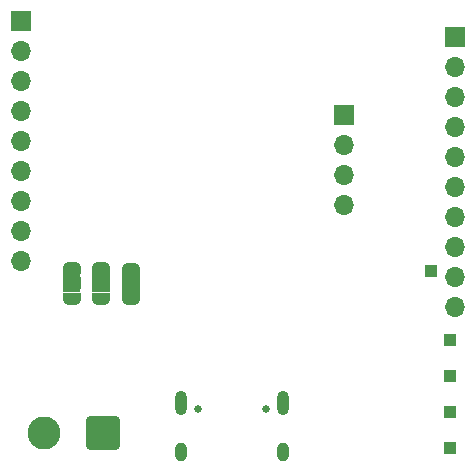
<source format=gbr>
%TF.GenerationSoftware,KiCad,Pcbnew,9.0.0*%
%TF.CreationDate,2025-04-10T21:45:59-06:00*%
%TF.ProjectId,esp32,65737033-322e-46b6-9963-61645f706362,rev?*%
%TF.SameCoordinates,Original*%
%TF.FileFunction,Soldermask,Bot*%
%TF.FilePolarity,Negative*%
%FSLAX46Y46*%
G04 Gerber Fmt 4.6, Leading zero omitted, Abs format (unit mm)*
G04 Created by KiCad (PCBNEW 9.0.0) date 2025-04-10 21:45:59*
%MOMM*%
%LPD*%
G01*
G04 APERTURE LIST*
G04 Aperture macros list*
%AMRoundRect*
0 Rectangle with rounded corners*
0 $1 Rounding radius*
0 $2 $3 $4 $5 $6 $7 $8 $9 X,Y pos of 4 corners*
0 Add a 4 corners polygon primitive as box body*
4,1,4,$2,$3,$4,$5,$6,$7,$8,$9,$2,$3,0*
0 Add four circle primitives for the rounded corners*
1,1,$1+$1,$2,$3*
1,1,$1+$1,$4,$5*
1,1,$1+$1,$6,$7*
1,1,$1+$1,$8,$9*
0 Add four rect primitives between the rounded corners*
20,1,$1+$1,$2,$3,$4,$5,0*
20,1,$1+$1,$4,$5,$6,$7,0*
20,1,$1+$1,$6,$7,$8,$9,0*
20,1,$1+$1,$8,$9,$2,$3,0*%
%AMFreePoly0*
4,1,23,0.550000,-0.750000,0.000000,-0.750000,0.000000,-0.745722,-0.065263,-0.745722,-0.191342,-0.711940,-0.304381,-0.646677,-0.396677,-0.554381,-0.461940,-0.441342,-0.495722,-0.315263,-0.495722,-0.250000,-0.500000,-0.250000,-0.500000,0.250000,-0.495722,0.250000,-0.495722,0.315263,-0.461940,0.441342,-0.396677,0.554381,-0.304381,0.646677,-0.191342,0.711940,-0.065263,0.745722,0.000000,0.745722,
0.000000,0.750000,0.550000,0.750000,0.550000,-0.750000,0.550000,-0.750000,$1*%
%AMFreePoly1*
4,1,23,0.000000,0.745722,0.065263,0.745722,0.191342,0.711940,0.304381,0.646677,0.396677,0.554381,0.461940,0.441342,0.495722,0.315263,0.495722,0.250000,0.500000,0.250000,0.500000,-0.250000,0.495722,-0.250000,0.495722,-0.315263,0.461940,-0.441342,0.396677,-0.554381,0.304381,-0.646677,0.191342,-0.711940,0.065263,-0.745722,0.000000,-0.745722,0.000000,-0.750000,-0.550000,-0.750000,
-0.550000,0.750000,0.000000,0.750000,0.000000,0.745722,0.000000,0.745722,$1*%
G04 Aperture macros list end*
%ADD10R,1.700000X1.700000*%
%ADD11O,1.700000X1.700000*%
%ADD12C,0.650000*%
%ADD13O,1.000000X2.100000*%
%ADD14O,1.000000X1.600000*%
%ADD15RoundRect,0.250001X1.149999X1.149999X-1.149999X1.149999X-1.149999X-1.149999X1.149999X-1.149999X0*%
%ADD16C,2.800000*%
%ADD17FreePoly0,90.000000*%
%ADD18R,1.500000X1.000000*%
%ADD19FreePoly1,90.000000*%
%ADD20R,1.000000X1.000000*%
%ADD21FreePoly0,270.000000*%
%ADD22FreePoly1,270.000000*%
G04 APERTURE END LIST*
%TO.C,JP2*%
G36*
X66250000Y-109000000D02*
G01*
X64750000Y-109000000D01*
X64750000Y-107500000D01*
X66250000Y-107500000D01*
X66250000Y-109000000D01*
G37*
%TO.C,JP3*%
G36*
X68817500Y-109060000D02*
G01*
X67317500Y-109060000D01*
X67317500Y-107560000D01*
X68817500Y-107560000D01*
X68817500Y-109060000D01*
G37*
%TO.C,JP4*%
G36*
X62265000Y-107495000D02*
G01*
X63765000Y-107495000D01*
X63765000Y-108995000D01*
X62265000Y-108995000D01*
X62265000Y-107495000D01*
G37*
%TD*%
D10*
%TO.C,J2*%
X95470000Y-87420000D03*
D11*
X95470000Y-89960000D03*
X95470000Y-92500000D03*
X95470000Y-95040000D03*
X95470000Y-97580000D03*
X95470000Y-100120000D03*
X95470000Y-102660000D03*
X95470000Y-105200000D03*
X95470000Y-107740000D03*
X95470000Y-110280000D03*
%TD*%
D12*
%TO.C,J4*%
X73700000Y-118880000D03*
X79480000Y-118880000D03*
D13*
X72270000Y-118380000D03*
D14*
X72270000Y-122560000D03*
D13*
X80910000Y-118380000D03*
D14*
X80910000Y-122560000D03*
%TD*%
D10*
%TO.C,J1*%
X58765000Y-86030000D03*
D11*
X58765000Y-88570000D03*
X58765000Y-91110000D03*
X58765000Y-93650000D03*
X58765000Y-96190000D03*
X58765000Y-98730000D03*
X58765000Y-101270000D03*
X58765000Y-103810000D03*
X58765000Y-106350000D03*
%TD*%
D15*
%TO.C,J5*%
X65695000Y-120905000D03*
D16*
X60695000Y-120905000D03*
%TD*%
D10*
%TO.C,J3*%
X86075000Y-93995000D03*
D11*
X86075000Y-96535000D03*
X86075000Y-99075000D03*
X86075000Y-101615000D03*
%TD*%
D17*
%TO.C,JP2*%
X65500000Y-109550000D03*
D18*
X65500000Y-108250000D03*
D19*
X65500000Y-106950000D03*
%TD*%
D17*
%TO.C,JP3*%
X68067500Y-109610000D03*
D18*
X68067500Y-108310000D03*
D19*
X68067500Y-107010000D03*
%TD*%
D20*
%TO.C,TP1*%
X95055000Y-113080000D03*
%TD*%
%TO.C,TP3*%
X95055000Y-122230000D03*
%TD*%
%TO.C,TP4*%
X95055000Y-119180000D03*
%TD*%
%TO.C,TP2*%
X93410000Y-107230000D03*
%TD*%
%TO.C,TP5*%
X95055000Y-116130000D03*
%TD*%
D21*
%TO.C,JP4*%
X63015000Y-106945000D03*
D18*
X63015000Y-108245000D03*
D22*
X63015000Y-109545000D03*
%TD*%
M02*

</source>
